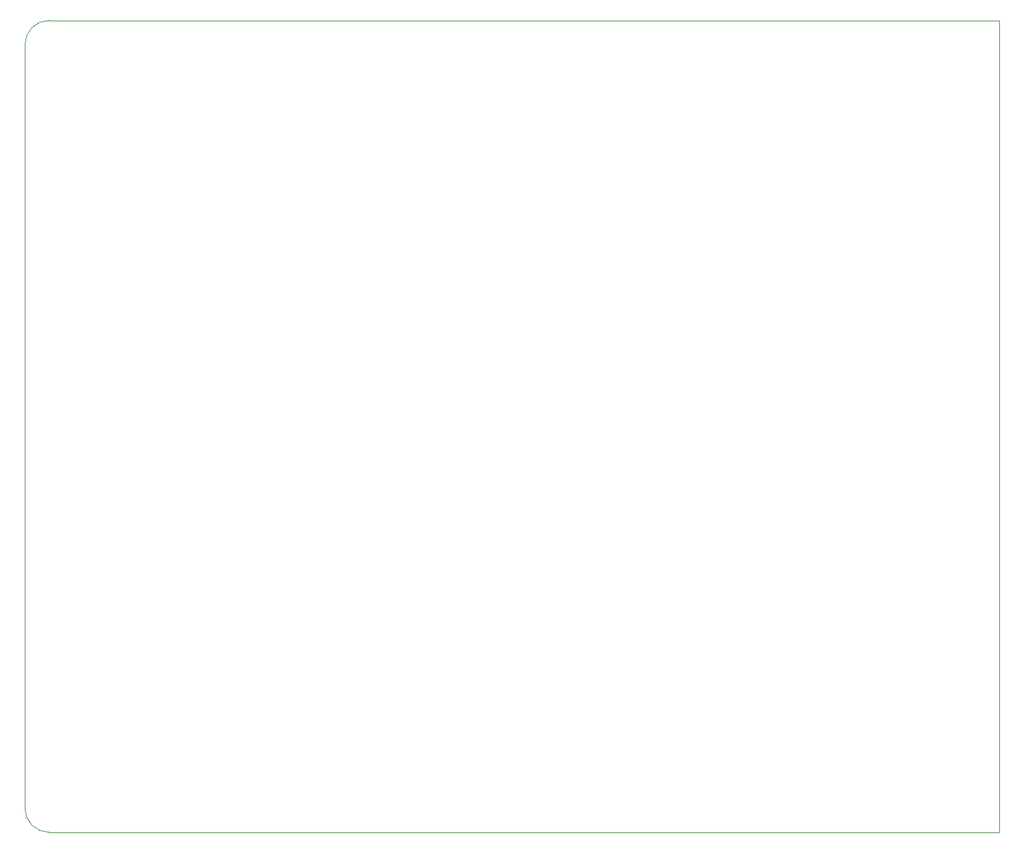
<source format=gbr>
%TF.GenerationSoftware,KiCad,Pcbnew,(6.0.4)*%
%TF.CreationDate,2023-06-02T21:22:22+02:00*%
%TF.ProjectId,LED-Zappelin-V2,4c45442d-5a61-4707-9065-6c696e2d5632,rev?*%
%TF.SameCoordinates,Original*%
%TF.FileFunction,Profile,NP*%
%FSLAX46Y46*%
G04 Gerber Fmt 4.6, Leading zero omitted, Abs format (unit mm)*
G04 Created by KiCad (PCBNEW (6.0.4)) date 2023-06-02 21:22:22*
%MOMM*%
%LPD*%
G01*
G04 APERTURE LIST*
%TA.AperFunction,Profile*%
%ADD10C,0.100000*%
%TD*%
G04 APERTURE END LIST*
D10*
X62200000Y-42750000D02*
G75*
G03*
X59200000Y-45750000I0J-3000000D01*
G01*
X179200000Y-142750000D02*
X62200000Y-142750000D01*
X59200000Y-139750000D02*
G75*
G03*
X62200000Y-142750000I3000000J0D01*
G01*
X62200000Y-42750000D02*
X179200000Y-42750000D01*
X59200000Y-139650000D02*
X59200000Y-45750000D01*
X179200000Y-42750000D02*
X179200000Y-142750000D01*
M02*

</source>
